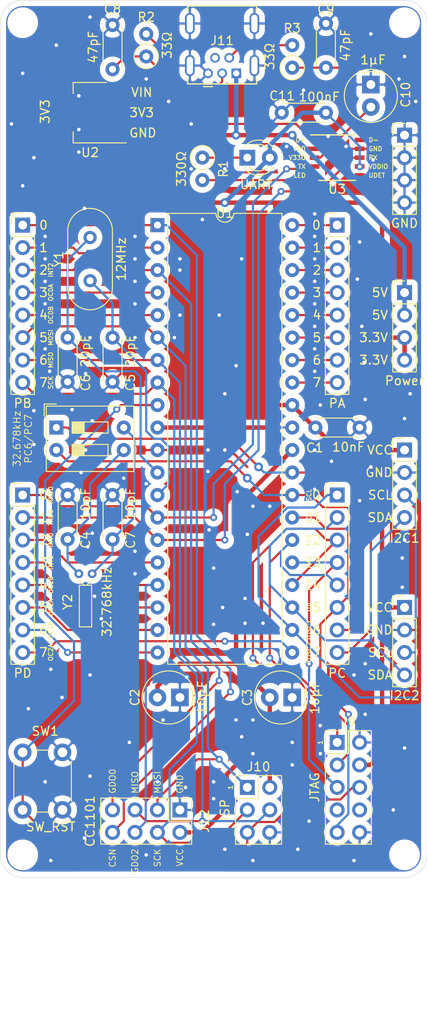
<source format=kicad_pcb>
(kicad_pcb (version 20221018) (generator pcbnew)
  (layers (0 "F.Cu" signal) (31 "B.Cu" signal) (34 "B.Paste" user) (35 "F.Paste" user) (36 "B.SilkS" user "B.Silkscreen") (37 "F.SilkS" user "F.Silkscreen") (38 "B.Mask" user) (39 "F.Mask" user) (44 "Edge.Cuts" user))
  (net 0 "")
  (net 1 "GND")
  (net 2 "VCC")
  (net 3 "Net-(C4-Pad1)")
  (net 4 "/XTAL1")
  (net 5 "/XTAL2")
  (net 6 "Net-(C7-Pad1)")
  (net 7 "Net-(D1-Pad1)")
  (net 8 "/PA0")
  (net 9 "/PA1")
  (net 10 "/PA2")
  (net 11 "/PA3")
  (net 12 "/PA4")
  (net 13 "/PA5")
  (net 14 "/PA6")
  (net 15 "/PA7")
  (net 16 "/PB7_SCK")
  (net 17 "/PB6_MISO")
  (net 18 "/PB5_MOSI")
  (net 19 "/PB4_OC0B")
  (net 20 "/PB3_OC0A")
  (net 21 "/PB1")
  (net 22 "/PB0")
  (net 23 "/PC7_TOSC2")
  (net 24 "/PC6_TOSC1")
  (net 25 "/PC5_TDI")
  (net 26 "/PC4_TDO")
  (net 27 "/PC3_TMS")
  (net 28 "/PC2_TCK")
  (net 29 "/PC1_SDA")
  (net 30 "/PC0_SCL")
  (net 31 "/PD0_RXD0")
  (net 32 "/PD1_TXD0")
  (net 33 "/PD2_INT0")
  (net 34 "/PD3_INT1")
  (net 35 "/PD5_OC1A")
  (net 36 "/PD6_OC2B")
  (net 37 "/PD7_OC2A")
  (net 38 "+5V")
  (net 39 "/RESET")
  (net 40 "Net-(J9-Pad7)")
  (net 41 "Net-(J9-Pad8)")
  (net 42 "Net-(R1-Pad2)")
  (net 43 "/PD4_OC1B")
  (net 44 "Net-(J11-Pad2)")
  (net 45 "Net-(J11-Pad3)")
  (net 46 "Net-(C8-Pad2)")
  (net 47 "Net-(C9-Pad1)")
  (net 48 "Net-(C10-Pad1)")
  (net 49 "Net-(J11-Pad4)")
  (net 50 "/PB2_INT2")
  (footprint "Capacitor_THT:C_Disc_D4.3mm_W1.9mm_P5.00mm" (layer "F.Cu") (at 139.78 101.6)
    (fp_text reference "C1")
    (fp_text value "10nF")
  )
  (footprint "Capacitor_THT:C_Disc_D4.3mm_W1.9mm_P5.00mm" (layer "F.Cu") (at 111.76 114.22 90)
    (fp_text reference "C4")
    (fp_text value "10pF")
  )
  (footprint "Capacitor_THT:C_Disc_D4.3mm_W1.9mm_P5.00mm" (layer "F.Cu") (at 116.84 96.44 90)
    (fp_text reference "C5")
    (fp_text value "20pF")
  )
  (footprint "Capacitor_THT:C_Disc_D4.3mm_W1.9mm_P5.00mm" (layer "F.Cu") (at 111.76 91.44 -90)
    (fp_text reference "C6")
    (fp_text value "20pF")
  )
  (footprint "Capacitor_THT:C_Disc_D4.3mm_W1.9mm_P5.00mm" (layer "F.Cu") (at 116.84 114.22 90)
    (fp_text reference "C7")
    (fp_text value "10pF")
  )
  (footprint "LED_THT:LED_D3.0mm" (layer "F.Cu") (at 132.08 71.12)
    (fp_text reference "D1" hide)
    (fp_text value "LED" hide)
  )
  (footprint "Connector_PinHeader_2.54mm:PinHeader_1x08_P2.54mm_Vertical" (layer "F.Cu") (at 106.68 78.74)
    (fp_text reference "J2" hide)
    (fp_text value "PB")
  )
  (footprint "Connector_PinHeader_2.54mm:PinHeader_1x08_P2.54mm_Vertical" (layer "F.Cu") (at 106.68 109.22)
    (fp_text reference "J4" hide)
    (fp_text value "PD")
  )
  (footprint "Connector_PinHeader_2.54mm:PinHeader_1x04_P2.54mm_Vertical" (layer "F.Cu") (at 149.86 68.58)
    (fp_text reference "J8" hide)
    (fp_text value "GND")
  )
  (footprint "Connector_PinHeader_2.54mm:PinHeader_2x05_P2.54mm_Vertical" (layer "F.Cu") (at 142.24 137.16)
    (fp_text reference "J9")
    (fp_text value "AVR-JTAG-10" hide)
  )
  (footprint "Resistor_THT:R_Axial_DIN0207_L6.3mm_D2.5mm_P2.54mm_Vertical" (layer "F.Cu") (at 127 71.12 -90)
    (fp_text reference "R1")
    (fp_text value "330Ω")
  )
  (footprint "Package_DIP:DIP-40_W15.24mm" (layer "F.Cu") (at 121.92 78.74)
    (fp_text reference "U1")
    (fp_text value "ATmega1284P-PU")
  )
  (footprint "boards:LDO-3V3" (layer "F.Cu") (at 114.3 66.04)
    (fp_text reference "U2")
    (fp_text value "LDO-3V3")
  )
  (footprint "boards:HT42B534-1SOP10" (layer "F.Cu") (at 142.24 71.12)
    (fp_text reference "U3")
    (fp_text value "HT42B534-1" hide)
  )
  (footprint "Connector_PinHeader_2.54mm:PinHeader_1x04_P2.54mm_Vertical" (layer "F.Cu") (at 149.86 104.14)
    (fp_text reference "J5" hide)
    (fp_text value "I2C1")
  )
  (footprint "Connector_PinHeader_2.54mm:PinHeader_1x04_P2.54mm_Vertical" (layer "F.Cu") (at 149.86 121.92)
    (fp_text reference "J6" hide)
    (fp_text value "I2C2")
  )
  (footprint "Connector_PinHeader_2.54mm:PinHeader_1x08_P2.54mm_Vertical" (layer "F.Cu") (at 142.24 78.74)
    (fp_text reference "J1" hide)
    (fp_text value "PA")
  )
  (footprint "Connector_PinHeader_2.54mm:PinHeader_1x08_P2.54mm_Vertical" (layer "F.Cu") (at 142.24 109.22)
    (fp_text reference "J3" hide)
    (fp_text value "PC")
  )
  (footprint "Connector_PinHeader_2.54mm:PinHeader_1x04_P2.54mm_Vertical" (layer "F.Cu") (at 149.86 86.36)
    (fp_text reference "J7" hide)
    (fp_text value "Power")
  )
  (footprint "boards:electrolytic_capacitor_10uf" (layer "F.Cu") (at 121.92 132.08)
    (fp_text reference "C2")
    (fp_text value "10µF")
  )
  (footprint "boards:electrolytic_capacitor_10uf" (layer "F.Cu") (at 134.62 132.08)
    (fp_text reference "C3")
    (fp_text value "10µF")
  )
  (footprint "Button_Switch_THT:SW_DIP_SPSTx02_Slide_9.78x7.26mm_W7.62mm_P2.54mm" (layer "F.Cu") (at 110.49 101.6)
    (fp_text reference "SW2" hide)
    (fp_text value "TOSC")
  )
  (footprint "Crystal:Crystal_HC49-4H_Vertical" (layer "F.Cu") (at 114.3 85.017 90)
    (fp_text reference "Y1")
    (fp_text value "12MHz")
  )
  (footprint "Capacitor_THT:C_Disc_D4.3mm_W1.9mm_P5.00mm" (layer "F.Cu") (at 140.97 60.96 90)
    (fp_text reference "C9")
    (fp_text value "47pF")
  )
  (footprint "Resistor_THT:R_Axial_DIN0207_L6.3mm_D2.5mm_P2.54mm_Vertical" (layer "F.Cu") (at 120.65 59.69 90)
    (fp_text reference "R2")
    (fp_text value "33Ω")
  )
  (footprint "Resistor_THT:R_Axial_DIN0207_L6.3mm_D2.5mm_P2.54mm_Vertical" (layer "F.Cu") (at 137.16 60.96 90)
    (fp_text reference "R3")
    (fp_text value "33Ω")
  )
  (footprint "boards:electrolytic_capacitor_10uf" (layer "F.Cu") (at 146.05 65.405 90)
    (fp_text reference "C10")
    (fp_text value "1µF")
  )
  (footprint "Capacitor_THT:C_Disc_D4.3mm_W1.9mm_P5.00mm" (layer "F.Cu") (at 116.84 56.134 -90)
    (fp_text reference "C8")
    (fp_text value "47pF")
  )
  (footprint "MountingHole:MountingHole_2.2mm_M2_DIN965" (layer "F.Cu") (at 149.86 149.86)
    (fp_text reference "H3" hide)
    (fp_text value "MountingHole" hide)
  )
  (footprint "MountingHole:MountingHole_2.2mm_M2_DIN965" (layer "F.Cu") (at 106.68 149.86)
    (fp_text reference "H4" hide)
    (fp_text value "MountingHole" hide)
  )
  (footprint "MountingHole:MountingHole_2.2mm_M2_DIN965" (layer "F.Cu") (at 106.68 55.88)
    (fp_text reference "H1" hide)
    (fp_text value "MountingHole" hide)
  )
  (footprint "MountingHole:MountingHole_2.2mm_M2_DIN965" (layer "F.Cu") (at 149.86 55.88)
    (fp_text reference "H2" hide)
    (fp_text value "MountingHole" hide)
  )
  (footprint "Button_Switch_THT:SW_PUSH_6mm" (layer "F.Cu") (at 111.18 138.28 -90)
    (fp_text reference "SW1")
    (fp_text value "SW_RST")
  )
  (footprint "boards:USB_Mini-B-Through-Hole" (layer "F.Cu") (at 127.635 61.595)
    (fp_text reference "J11")
    (fp_text value "USB_B_Mini")
  )
  (footprint "boards:CC1101_Breakout" (layer "F.Cu") (at 124.46 147.32 -90)
    (fp_text reference "J12")
    (fp_text value "CC1101_Breakout" hide)
  )
  (footprint "Connector_PinHeader_2.54mm:PinHeader_2x03_P2.54mm_Vertical" (layer "F.Cu") (at 132.08 142.24)
    (fp_text reference "J10")
    (fp_text value "AVR-ISP-6")
  )
  (footprint "Crystal:Crystal_DS10_D1.0mm_L4.3mm_Horizontal" (layer "F.Cu") (at 113.03 118.11)
    (fp_text reference "Y2")
    (fp_text value "32.768kHz")
  )
  (footprint "Capacitor_THT:C_Disc_D4.3mm_W1.9mm_P5.00mm" (layer "F.Cu") (at 140.97 66.04 180)
    (fp_text reference "C11")
    (fp_text value "100nF")
  )
  (gr_line (start 149.86 53.34) (end 106.68 53.34) (stroke (width 0.05)) (layer "Edge.Cuts"))
  (gr_line (start 104.14 55.88) (end 104.14 149.86) (stroke (width 0.05)) (layer "Edge.Cuts"))
  (gr_line (start 106.68 152.4) (end 149.86 152.4) (stroke (width 0.05)) (layer "Edge.Cuts"))
  (gr_line (start 152.4 149.86) (end 152.4 55.88) (stroke (width 0.05)) (layer "Edge.Cuts"))
  (gr_arc (start 104.14 55.88) (mid 104.883949 54.083949) (end 106.68 53.34) (stroke (width 0.05)) (layer "Edge.Cuts"))
  (gr_arc (start 106.68 152.4) (mid 104.883949 151.656051) (end 104.14 149.86) (stroke (width 0.05)) (layer "Edge.Cuts"))
  (gr_arc (start 149.86 53.34) (mid 151.656051 54.083949) (end 152.4 55.88) (stroke (width 0.05)) (layer "Edge.Cuts"))
  (gr_arc (start 152.4 149.86) (mid 151.656051 151.656051) (end 149.86 152.4) (stroke (width 0.05)) (layer "Edge.Cuts"))
  (gr_text "GND" (at 148.59 124.46) (layer "F.SilkS") (effects (font (size 1 1)) (justify right)))
  (gr_text "VCC" (at 148.59 121.92) (layer "F.SilkS") (effects (font (size 1 1)) (justify right)))
  (gr_text "SCL" (at 148.59 127) (layer "F.SilkS") (effects (font (size 1 1)) (justify right)))
  (gr_text "SDA" (at 148.59 129.54) (layer "F.SilkS") (effects (font (size 1 1)) (justify right)))
  (gr_text "7" (at 140.522 127) (layer "F.SilkS") (effects (font (size 1 1)) (justify right)))
  (gr_text "7" (at 108.458 96.52) (layer "F.SilkS") (effects (font (size 1 1)) (justify left)))
  (gr_text "5" (at 108.458 121.92) (layer "F.SilkS") (effects (font (size 1 1)) (justify left)))
  (gr_text "4" (at 108.458 119.38) (layer "F.SilkS") (effects (font (size 1 1)) (justify left)))
  (gr_text "7" (at 108.458 127) (layer "F.SilkS") (effects (font (size 1 1)) (justify left)))
  (gr_text "0" (at 108.458 109.22) (layer "F.SilkS") (effects (font (size 1 1)) (justify left)))
  (gr_text "2" (at 108.458 114.3) (layer "F.SilkS") (effects (font (size 1 1)) (justify left)))
  (gr_text "6" (at 108.458 124.46) (layer "F.SilkS") (effects (font (size 1 1)) (justify left)))
  (gr_text "3" (at 108.458 116.84) (layer "F.SilkS") (effects (font (size 1 1)) (justify left)))
  (gr_text "1" (at 108.458 111.76) (layer "F.SilkS") (effects (font (size 1 1)) (justify left)))
  (gr_text "OC0A" (at 109.855 86.36 90) (layer "F.SilkS") (effects (font (size 0.5 0.5) (thickness 0.1))))
  (gr_text "1" (at 130.175 142.24 90) (layer "F.SilkS") (effects (font (size 0.5 0.5) (thickness 0.1))))
  (gr_text "INT2" (at 109.855 83.82 90) (layer "F.SilkS") (effects (font (size 0.5 0.5) (thickness 0.1))))
  (gr_text "CC1101" (at 114.3 146.05 90) (layer "F.SilkS") (effects (font (size 1 1))))
  (gr_text "0" (at 140.462 78.74) (layer "F.SilkS") (effects (font (size 1 1)) (justify right)))
  (gr_text "6" (at 140.522 93.98) (layer "F.SilkS") (effects (font (size 1 1)) (justify right)))
  (gr_text "RXD0" (at 109.855 109.22 90) (layer "F.SilkS") (effects (font (size 0.5 0.5) (thickness 0.1))))
  (gr_text "2" (at 140.522 114.3) (layer "F.SilkS") (effects (font (size 1 1)) (justify right)))
  (gr_text "SDA" (at 139.065 111.76 90) (layer "F.SilkS") (effects (font (size 0.5 0.5) (thickness 0.1))))
  (gr_text "5" (at 140.522 121.92) (layer "F.SilkS") (effects (font (size 1 1)) (justify right)))
  (gr_text "TDO" (at 139.065 119.38 90) (layer "F.SilkS") (effects (font (size 0.5 0.5) (thickness 0.1))))
  (gr_text "3.3V" (at 148.082 93.98) (layer "F.SilkS") (effects (font (size 1 1)) (justify right)))
  (gr_text "5" (at 140.522 91.44) (layer "F.SilkS") (effects (font (size 1 1)) (justify right)))
  (gr_text "OC1A" (at 109.855 121.92 90) (layer "F.SilkS") (effects (font (size 0.5 0.5) (thickness 0.1))))
  (gr_text "JTAG" (at 139.7 142.24 90) (layer "F.SilkS") (effects (font (size 1 1))))
  (gr_text "3.3V" (at 148.082 91.44) (layer "F.SilkS") (effects (font (size 1 1)) (justify right)))
  (gr_text "TOSC2" (at 139.065 127 90) (layer "F.SilkS") (effects (font (size 0.5 0.5) (thickness 0.1))))
  (gr_text "UART" (at 133.096 74.168) (layer "F.SilkS") (effects (font (size 1 1))))
  (gr_text "6" (at 108.458 93.98) (layer "F.SilkS") (effects (font (size 1 1)) (justify left)))
  (gr_text "7" (at 140.522 96.52) (layer "F.SilkS") (effects (font (size 1 1)) (justify right)))
  (gr_text "SDA" (at 148.59 111.76) (layer "F.SilkS") (effects (font (size 1 1)) (justify right)))
  (gr_text "2" (at 140.522 83.82) (layer "F.SilkS") (effects (font (size 1 1)) (justify right)))
  (gr_text "5" (at 108.458 91.44) (layer "F.SilkS") (effects (font (size 1 1)) (justify left)))
  (gr_text "TOSC1" (at 139.065 124.46 90) (layer "F.SilkS") (effects (font (size 0.5 0.5) (thickness 0.1))))
  (gr_text "SCL" (at 139.065 109.22 90) (layer "F.SilkS") (effects (font (size 0.5 0.5) (thickness 0.1))))
  (gr_text "0" (at 108.458 78.74) (layer "F.SilkS") (effects (font (size 1 1)) (justify left)))
  (gr_text "5V" (at 148.082 88.9) (layer "F.SilkS") (effects (font (size 1 1)) (justify right)))
  (gr_text "SCK" (at 109.855 96.52 90) (layer "F.SilkS") (effects (font (size 0.5 0.5) (thickness 0.1))))
  (gr_text "1" (at 140.335 137.16 90) (layer "F.SilkS") (effects (font (size 0.5 0.5) (thickness 0.1))))
  (gr_text "4" (at 108.458 88.9) (layer "F.SilkS") (effects (font (size 1 1)) (justify left)))
  (gr_text "1" (at 108.458 81.28) (layer "F.SilkS") (effects (font (size 1 1)) (justify left)))
  (gr_text "INT0" (at 109.855 114.3 90) (layer "F.SilkS") (effects (font (size 0.5 0.5) (thickness 0.1))))
  (gr_text "2" (at 108.458 83.82) (layer "F.SilkS") (effects (font (size 1 1)) (justify left)))
  (gr_text "TMS" (at 139.065 116.84 90) (layer "F.SilkS") (effects (font (size 0.5 0.5) (thickness 0.1))))
  (gr_text "INT1" (at 109.855 116.84 90) (layer "F.SilkS") (effects (font (size 0.5 0.5) (thickness 0.1))))
  (gr_text "SCL" (at 148.59 109.22) (layer "F.SilkS") (effects (font (size 1 1)) (justify right)))
  (gr_text "MISO" (at 109.855 93.98 90) (layer "F.SilkS") (effects (font (size 0.5 0.5) (thickness 0.1))))
  (gr_text "GND" (at 148.59 106.68) (layer "F.SilkS") (effects (font (size 1 1)) (justify right)))
  (gr_text "6" (at 140.522 124.46) (layer "F.SilkS") (effects (font (size 1 1)) (justify right)))
  (gr_text "32.678kHz\nPC6/PC7" (at 106.68 102.87 90) (layer "F.SilkS") (effects (font (size 0.8 0.8) (thickness 0.1))))
  (gr_text "OC2A" (at 109.855 127 90) (layer "F.SilkS") (effects (font (size 0.5 0.5) (thickness 0.1))))
  (gr_text "1" (at 140.522 111.76) (layer "F.SilkS") (effects (font (size 1 1)) (justify right)))
  (gr_text "5V" (at 148.082 86.36) (layer "F.SilkS") (effects (font (size 1 1)) (justify right)))
  (gr_text "0" (at 140.462 109.22) (layer "F.SilkS") (effects (font (size 1 1)) (justify right)))
  (gr_text "3" (at 140.522 86.36) (layer "F.SilkS") (effects (font (size 1 1)) (justify right)))
  (gr_text "OC2B" (at 109.855 124.46 90) (layer "F.SilkS") (effects (font (size 0.5 0.5) (thickness 0.1))))
  (gr_text "4" (at 140.522 88.9) (layer "F.SilkS") (effects (font (size 1 1)) (justify right)))
  (gr_text "3" (at 140.522 116.84) (layer "F.SilkS") (effects (font (size 1 1)) (justify right)))
  (gr_text "OC0B" (at 109.855 88.9 90) (layer "F.SilkS") (effects (font (size 0.5 0.5) (thickness 0.1))))
  (gr_text "OC1B" (at 109.855 119.38 90) (layer "F.SilkS") (effects (font (size 0.5 0.5) (thickness 0.1))))
  (gr_text "TXD0" (at 109.855 111.76 90) (layer "F.SilkS") (effects (font (size 0.5 0.5) (thickness 0.1))))
  (gr_text "3" (at 108.458 86.36) (layer "F.SilkS") (effects (font (size 1 1)) (justify left)))
  (gr_text "ISP" (at 129.54 144.78 90) (layer "F.SilkS") (effects (font (size 1 1))))
  (gr_text "TDI" (at 139.065 121.92 90) (layer "F.SilkS") (effects (font (size 0.5 0.5) (thickness 0.1))))
  (gr_text "MOSI" (at 109.855 91.44 90) (layer "F.SilkS") (effects (font (size 0.5 0.5) (thickness 0.1))))
  (gr_text "VCC" (at 148.59 104.14) (layer "F.SilkS") (effects (font (size 1 1)) (justify right)))
  (gr_text "4" (at 140.522 119.38) (layer "F.SilkS") (effects (font (size 1 1)) (justify right)))
  (gr_text "1" (at 140.522 81.28) (layer "F.SilkS") (effects (font (size 1 1)) (justify right)))
  (gr_text "TCK" (at 139.065 114.3 90) (layer "F.SilkS") (effects (font (size 0.5 0.5) (thickness 0.1))))
  (via (at 140.335 135.255) (size 0.8) (drill 0.4) (layers "F.Cu" "B.Cu") (net 1))
  (via (at 119.38 118.11) (size 0.8) (drill 0.4) (layers "F.Cu" "B.Cu") (net 1))
  (via (at 106.68 74.295) (size 0.8) (drill 0.4) (layers "F.Cu" "B.Cu") (net 1))
  (via (at 114.554 113.538) (size 0.8) (drill 0.4) (layers "F.Cu" "B.Cu") (net 1))
  (via (at 149.606 116.332) (size 0.8) (drill 0.4) (layers "F.Cu" "B.Cu") (net 1))
  (via (at 137.795 149.225) (size 0.8) (drill 0.4) (layers "F.Cu" "B.Cu") (net 1))
  (via (at 119.38 115.57) (size 0.8) (drill 0.4) (layers "F.Cu" "B.Cu") (net 1))
  (via (at 149.86 114.3) (size 0.8) (drill 0.4) (layers "F.Cu" "B.Cu") (net 1))
  (via (at 145.288 94.234) (size 0.8) (drill 0.4) (layers "F.Cu" "B.Cu") (net 1))
  (via (at 112.268 99.568) (size 0.8) (drill 0.4) (layers "F.Cu" "B.Cu") (net 1))
  (via (at 139.7 77.47) (size 0.8) (drill 0.4) (layers "F.Cu" "B.Cu") (net 1))
  (via (at 146.304 71.374) (size 0.8) (drill 0.4) (layers "F.Cu" "B.Cu") (net 1))
  (via (at 129.54 72.39) (size 0.8) (drill 0.4) (layers "F.Cu" "B.Cu") (net 1))
  (via (at 128.27 117.475) (size 0.8) (drill 0.4) (layers "F.Cu" "B.Cu") (net 1))
  (via (at 113.665 76.835) (size 0.8) (drill 0.4) (layers "F.Cu" "B.Cu") (net 1))
  (via (at 128.905 88.9) (size 0.8) (drill 0.4) (layers "F.Cu" "B.Cu") (net 1))
  (via (at 113.03 67.945) (size 0.8) (drill 0.4) (layers "F.Cu" "B.Cu") (net 1))
  (via (at 149.86 137.795) (size 0.8) (drill 0.4) (layers "F.Cu" "B.Cu") (net 1))
  (via (at 141.605 105.41) (size 0.8) (drill 0.4) (layers "F.Cu" "B.Cu") (net 1))
  (via (at 124.46 88.9) (size 0.8) (drill 0.4) (layers "F.Cu" "B.Cu") (net 1))
  (via (at 130.937 108.839) (size 0.8) (drill 0.4) (layers "F.Cu" "B.Cu") (net 1))
  (via (at 136.525 69.85) (size 0.8) (drill 0.4) (layers "F.Cu" "B.Cu") (net 1))
  (via (at 131.826 120.904) (size 0.8) (drill 0.4) (layers "F.Cu" "B.Cu") (net 1))
  (via (at 146.05 57.15) (size 0.8) (drill 0.4) (layers "F.Cu" "B.Cu") (net 1))
  (via (at 140.335 99.06) (size 0.8) (drill 0.4) (layers "F.Cu" "B.Cu") (net 1))
  (via (at 132.715 138.43) (size 0.8) (drill 0.4) (layers "F.Cu" "B.Cu") (net 1))
  (via (at 114.808 120.65) (size 0.8) (drill 0.4) (layers "F.Cu" "B.Cu") (net 1))
  (via (at 125.73 67.31) (size 0.8) (drill 0.4) (layers "F.Cu" "B.Cu") (net 1))
  (via (at 145.034 90.17) (size 0.8) (drill 0.4) (layers "F.Cu" "B.Cu") (net 1))
  (via (at 132.715 110.49) (size 0.8) (drill 0.4) (layers "F.Cu" "B.Cu") (net 1))
  (via (at 145.415 98.425) (size 0.8) (drill 0.4) (layers "F.Cu" "B.Cu") (net 1))
  (via (at 115.57 123.19) (size 0.8) (drill 0.4) (layers "F.Cu" "B.Cu") (net 1))
  (via (at 144.145 150.495) (size 0.8) (drill 0.4) (layers "F.Cu" "B.Cu") (net 1))
  (via (at 119.38 85.09) (size 0.8) (drill 0.4) (layers "F.Cu" "B.Cu") (net 1))
  (via (at 109.728 95.25) (size 0.8) (drill 0.4) (layers "F.Cu" "B.Cu") (net 1))
  (via (at 131.445 82.55) (size 0.8) (drill 0.4) (layers "F.Cu" "B.Cu") (net 1))
  (via (at 119.38 80.01) (size 0.8) (drill 0.4) (layers "F.Cu" "B.Cu") (net 1))
  (via (at 109.22 141.605) (size 0.8) (drill 0.4) (layers "F.Cu" "B.Cu") (net 1))
  (via (at 114.3 129.54) (size 0.8) (drill 0.4) (layers "F.Cu" "B.Cu") (net 1))
  (via (at 148.59 144.78) (size 0.8) (drill 0.4) (layers "F.Cu" "B.Cu") (net 1))
  (via (at 149.86 100.584) (size 0.8) (drill 0.4) (layers "F.Cu" "B.Cu") (net 1))
  (via (at 139.7 82.55) (size 0.8) (drill 0.4) (layers "F.Cu" "B.Cu") (net 1))
  (via (at 123.19 64.77) (size 0.8) (drill 0.4) (layers "F.Cu" "B.Cu") (net 1))
  (via (at 125.73 72.39) (size 0.8) (drill 0.4) (layers "F.Cu" "B.Cu") (net 1))
  (via (at 113.792 104.14) (size 0.8) (drill 0.4) (layers "F.Cu" "B.Cu") (net 1))
  (via (at 128.27 123.825) (size 0.8) (drill 0.4) (layers "F.Cu" "B.Cu") (net 1))
  (via (at 149.225 62.23) (size 0.8) (drill 0.4) (layers "F.Cu" "B.Cu") (net 1))
  (via (at 139.7 92.71) (size 0.8) (drill 0.4) (layers "F.Cu" "B.Cu") (net 1))
  (via (at 131.826 123.698) (size 0.8) (drill 0.4) (layers "F.Cu" "B.Cu") (net 1))
  (via (at 114.3 91.44) (size 0.8) (drill 0.4) (layers "F.Cu" "B.Cu") (net 1))
  (via (at 124.46 83.82) (size 0.8) (drill 0.4) (layers "F.Cu" "B.Cu") (net 1))
  (via (at 118.745 137.16) (size 0.8) (drill 0.4) (layers "F.Cu" "B.Cu") (net 1))
  (via (at 127.635 104.14) (size 0.8) (drill 0.4) (layers "F.Cu" "B.Cu") (net 1))
  (via (at 132.715 150.495) (size 0.8) (drill 0.4) (layers "F.Cu" "B.Cu") (net 1))
  (via (at 113.792 95.504) (size 0.8) (drill 0.4) (layers "F.Cu" "B.Cu") (net 1))
  (via (at 139.7 85.09) (size 0.8) (drill 0.4) (layers "F.Cu" "B.Cu") (net 1))
  (via (at 118.11 107.315) (size 0.8) (drill 0.4) (layers "F.Cu" "B.Cu") (net 1))
  (via (at 114.3 55.245) (size 0.8) (drill 0.4) (layers "F.Cu" "B.Cu") (net 1))
  (via (at 129.54 104.14) (size 0.8) (drill 0.4) (layers "F.Cu" "B.Cu") (net 1))
  (via (at 127.635 106.553) (size 0.8) (drill 0.4) (layers "F.Cu" "B.Cu") (net 1))
  (via (at 130.81 94.615) (size 0.8) (drill 0.4) (layers "F.Cu" "B.Cu") (net 1))
  (via (at 149.606 119.634) (size 0.8) (drill 0.4) (layers "F.Cu" "B.Cu") (net 1))
  (via (at 122.555 134.62) (size 0.8) (drill 0.4) (layers "F.Cu" "B.Cu") (net 1))
  (via (at 128.27 141.605) (size 0.8) (drill 0.4) (layers "F.Cu" "B.Cu") (net 1))
  (via (at 130.81 134.62) (size 0.8) (drill 0.4) (layers "F.Cu" "B.Cu") (net 1))
  (via (at 129.286 121.92) (size 0.8) (drill 0.4) (layers "F.Cu" "B.Cu") (net 1))
  (via (at 139.7 90.17) (size 0.8) (drill 0.4) (layers "F.Cu" "B.Cu") (net 1))
  (via (at 129.54 149.225) (size 0.8) (drill 0.4) (layers "F.Cu" "B.Cu") (net 1))
  (via (at 113.03 70.485) (size 0.8) (drill 0.4) (layers "F.Cu" "B.Cu") (net 1))
  (via (at 119.38 82.55) (size 0.8) (drill 0.4) (layers "F.Cu" "B.Cu") (net 1))
  (via (at 113.03 64.135) (size 0.8) (drill 0.4) (layers "F.Cu" "B.Cu") (net 1))
  (via (at 114.046 115.062) (size 0.8) (drill 0.4) (layers "F.Cu" "B.Cu") (net 1))
  (via (at 151.13 64.77) (size 0.8) (drill 0.4) (layers "F.Cu" "B.Cu") (net 1))
  (via (at 139.7 104.14) (size 0.8) (drill 0.4) (layers "F.Cu" "B.Cu") (net 1))
  (via (at 139.7 87.63) (size 0.8) (drill 0.4) (layers "F.Cu" "B.Cu") (net 1))
  (via (at 107.315 133.35) (size 0.8) (drill 0.4) (layers "F.Cu" "B.Cu") (net 1))
  (via (at 149.86 59.69) (size 0.8) (drill 0.4) (layers "F.Cu" "B.Cu") (net 1))
  (via (at 128.27 143.51) (size 0.8) (drill 0.4) (layers "F.Cu" "B.Cu") (net 1))
  (via (at 109.855 128.905) (size 0.8) (drill 0.4) (layers "F.Cu" "B.Cu") (net 1))
  (via (at 120.65 62.23) (size 0.8) (drill 0.4) (layers "F.Cu" "B.Cu") (net 1))
  (via (at 113.665 147.955) (size 0.8) (drill 0.4) (layers "F.Cu" "B.Cu") (net 1))
  (via (at 125.095 142.24) (size 0.8) (drill 0.4) (layers "F.Cu" "B.Cu") (net 1))
  (via (at 110.49 58.42) (size 0.8) (drill 0.4) (layers "F.Cu" "B.Cu") (net 1))
  (via (at 140.335 138.43) (size 0.8) (drill 0.4) (layers "F.Cu" "B.Cu") (net 1))
  (via (at 109.22 92.71) (size 0.8) (drill 0.4) (layers "F.Cu" "B.Cu") (net 1))
  (via (at 107.95 103.505) (size 0.8) (drill 0.4) (layers "F.Cu" "B.Cu") (net 1))
  (via (at 134.62 110.49) (size 0.8) (drill 0.4) (layers "F.Cu" "B.Cu") (net 1))
  (via (at 120.65 149.86) (size 0.8) (drill 0.4) (layers "F.Cu" "B.Cu") (net 1))
  (via (at 144.78 80.645) (size 0.8) (drill 0.4) (layers "F.Cu" "B.Cu") (net 1))
  (via (at 139.7 80.01) (size 0.8) (drill 0.4) (layers "F.Cu" "B.Cu") (net 1))
  (via (at 132.715 134.62) (size 0.8) (drill 0.4) (layers "F.Cu" "B.Cu") (net 1))
  (via (at 139.7 95.25) (size 0.8) (drill 0.4) (layers "F.Cu" "B.Cu") (net 1))
  (via (at 127 78.105) (size 0.8) (drill 0.4) (layers "F.Cu" "B.Cu") (net 1))
  (via (at 138.43 63.5) (size 0.8) (drill 0.4) (layers "F.Cu" "B.Cu") (net 1))
  (via (at 119.38 87.63) (size 0.8) (drill 0.4) (layers "F.Cu" "B.Cu") (net 1))
  (via (at 144.145 129.54) (size 0.8) (drill 0.4) (layers "F.Cu" "B.Cu") (net 1))
  (via (at 125.222 129.794) (size 0.8) (drill 0.4) (layers "F.Cu" "B.Cu") (net 1))
  (via (at 109.22 80.01) (size 0.8) (drill 0.4) (layers "F.Cu" "B.Cu") (net 1))
  (via (at 105.41 67.31) (size 0.8) (drill 0.4) (layers "F.Cu" "B.Cu") (net 1))
  (via (at 120.65 107.95) (size 0.8) (drill 0.4) (layers "F.Cu" "B.Cu") (net 1))
  (via (at 133.858 123.698) (size 0.8) (drill 0.4) (layers "F.Cu" "B.Cu") (net 1))
  (via (at 121.92 141.605) (size 0.8) (drill 0.4) (layers "F.Cu" "B.Cu") (net 1))
  (via (at 124.46 82.55) (size 0.8) (drill 0.4) (layers "F.Cu" "B.Cu") (net 1))
  (via (at 137.16 137.16) (size 0.8) (drill 0.4) (layers "F.Cu" "B.Cu") (net 1))
  (via (at 107.95 99.695) (size 0.8) (drill 0.4) (layers "F.Cu" "B.Cu") (net 1))
  (via (at 146.05 106.045) (size 0.8) (drill 0.4) (layers "F.Cu" "B.Cu") (net 1))
  (via (at 129.54 97.79) (size 0.8) (drill 0.4) (layers "F.Cu" "B.Cu") (net 1))
  (via (at 145.415 133.985) (size 0.8) (drill 0.4) (layers "F.Cu" "B.Cu") (net 1))
  (via (at 109.22 85.09) (size 0.8) (drill 0.4) (layers "F.Cu" "B.Cu") (net 1))
  (via (at 145.415 128.27) (size 0.8) (drill 0.4) (layers "F.Cu" "B.Cu") (net 1))
  (via (at 143.256 69.85) (size 0.8) (drill 0.4) (layers "F.Cu" "B.Cu") (net 1))
  (via (at 107.95 71.12) (size 0.8) (drill 0.4) (layers "F.Cu" "B.Cu") (net 1))
  (via (at 137.16 139.7) (size 0.8) (drill 0.4) (layers "F.Cu" "B.Cu") (net 1))
  (via (at 109.22 87.63) (size 0.8) (drill 0.4) (layers "F.Cu" "B.Cu") (net 1))
  (via (at 139.7 108.585) (size 0.8) (drill 0.4) (layers "F.Cu" "B.Cu") (net 1))
  (via (at 119.38 91.44) (size 0.8) (drill 0.4) (layers "F.Cu" "B.Cu") (net 1))
  (via (at 150.495 97.79) (size 0.8) (drill 0.4) (layers "F.Cu" "B.Cu") (net 1))
  (via (at 113.284 106.68) (size 0.8) (drill 0.4) (layers "F.Cu" "B.Cu") (net 1))
  (via (at 131.445 136.525) (size 0.8) (drill 0.4) (layers "F.Cu" "B.Cu") (net 1))
  (via (at 114.554 100.838) (size 0.8) (drill 0.4) (layers "F.Cu" "B.Cu") (net 1))
  (via (at 111.125 132.08) (size 0.8) (drill 0.4) (layers "F.Cu" "B.Cu") (net 1))
  (via (at 109.855 150.495) (size 0.8) (drill 0.4) (layers "F.Cu" "B.Cu") (net 1))
  (via (at 123.825 91.44) (size 0.8) (drill 0.4) (layers "F.Cu" "B.Cu") (net 1))
  (via (at 109.22 82.55) (size 0.8) (drill 0.4) (layers "F.Cu" "B.Cu") (net 1))
  (via (at 114.3 140.97) (size 0.8) (drill 0.4) (layers "F.Cu" "B.Cu") (net 1))
  (via (at 132.08 113.665) (size 0.8) (drill 0.4) (layers "F.Cu" "B.Cu") (net 1))
  (via (at 141.224 68.707) (size 0.8) (drill 0.4) (layers "F.Cu" "B.Cu") (net 1))
  (via (at 144.78 109.855) (size 0.8) (drill 0.4) (layers "F.Cu" "B.Cu") (net 1))
  (via (at 144.526 84.836) (size 0.8) (drill 0.4) (layers "F.Cu" "B.Cu") (net 1))
  (via (at 139.065 146.05) (size 0.8) (drill 0.4) (layers "F.Cu" "B.Cu") (net 1))
  (via (at 127.762 113.157) (size 0.8) (drill 0.4) (layers "F.Cu" "B.Cu") (net 1))
  (via (at 106.68 61.595) (size 0.8) (drill 0.4) (layers "F.Cu" "B.Cu") (net 1))
  (segment (start 144.78 76.2) (end 147.32 78.74) (width 0.5) (layer "F.Cu") (net 2))
  (segment (start 120.65 72.39) (end 120.65 67.74) (width 0.5) (layer "F.Cu") (net 2))
  (segment (start 142.32 104.14) (end 139.78 101.6) (width 0.5) (layer "F.Cu") (net 2))
  (segment (start 135.255 76.2) (end 144.78 76.2) (width 0.5) (layer "F.Cu") (net 2))
  (segment (start 147.32 104.14) (end 142.32 104.14) (width 0.5) (layer "F.Cu") (net 2))
  (segment (start 130.81 110.49) (end 135.255 106.045) (width 0.5) (layer "F.Cu") (net 2))
  (segment (start 147.32 78.74) (end 147.32 91.44) (width 0.5) (layer "F.Cu") (net 2))
  (segment (start 139.78 101.6) (end 139.7 101.6) (width 0.5) (layer "F.Cu") (net 2))
  (segment (start 147.32 104.14) (end 147.32 121.92) (width 0.5) (layer "F.Cu") (net 2))
  (segment (start 149.86 104.14) (end 147.32 104.14) (width 0.5) (layer "F.Cu") (net 2))
  (segment (start 135.255 99.06) (end 135.255 76.2) (width 0.5) (layer "F.Cu") (net 2))
  (segment (start 149.86 121.92) (end 147.32 121.92) (width 0.5) (layer "F.Cu") (net 2))
  (segment (start 124.46 147.32) (end 126.988002 147.32) (width 0.5) (layer "F.Cu") (net 2))
  (segment (start 135.255 106.045) (end 137.16 104.14) (width 0.5) (layer "F.Cu") (net 2))
  (segment (start 121.92 130.81) (end 124.46 128.27) (width 0.5) (layer "F.Cu") (net 2))
  (segment (start 149.86 91.44) (end 147.32 91.44) (width 0.5) (layer "F.Cu") (net 2))
  (segment (start 124.46 76.2) (end 120.65 72.39) (width 0.5) (layer "F.Cu") (net 2))
  (segment (start 120.65 67.74) (end 118.95 66.04) (width 0.5) (layer "F.Cu") (net 2))
  (segment (start 139.7 101.6) (end 137.16 99.06) (width 0.5) (layer "F.Cu") (net 2))
  (segment (start 133.620001 131.080001) (end 130.81 128.27) (width 0.5) (layer "F.Cu") (net 2))
  (segment (start 130.81 139.7) (end 134.62 139.7) (width 0.5) (layer "F.Cu") (net 2))
  (segment (start 129.755001 140.754999) (end 130.81 139.7) (width 0.5) (layer "F.Cu") (net 2))
  (segment (start 134.62 132.08) (end 133.620001 131.080001) (width 0.5) (layer "F.Cu") (net 2))
  (segment (start 121.92 101.6) (end 135.255 101.6) (width 0.5) (layer "F.Cu") (net 2))
  (segment (start 129.755001 144.553001) (end 129.755001 140.754999) (width 0.5) (layer "F.Cu") (net 2))
  (segment (start 135.255 106.045) (end 135.255 101.6) (width 0.5) (layer "F.Cu") (net 2))
  (segment (start 117.45 66.04) (end 111.15 66.04) (width 0.5) (layer "F.Cu") (net 2))
  (segment (start 137.16 99.06) (end 135.255 99.06) (width 0.5) (layer "F.Cu") (net 2))
  (segment (start 135.255 101.6) (end 135.255 99.06) (width 0.5) (layer "F.Cu") (net 2))
  (segment (start 135.255 76.2) (end 124.46 76.2) (width 0.5) (layer "F.Cu") (net 2))
  (segment (start 149.86 91.44) (end 149.86 93.98) (width 0.5) (layer "F.Cu") (net 2))
  (segment (start 144.78 139.7) (end 145.982081 139.7) (width 0.5) (layer "F.Cu") (net 2))
  (segment (start 121.92 132.08) (end 121.92 130.81) (width 0.5) (layer "F.Cu") (net 2))
  (segment (start 126.988002 147.32) (end 129.755001 144.553001) (width 0.5) (layer "F.Cu") (net 2))
  (segment (start 147.32 138.362081) (end 147.32 121.92) (width 0.5) (layer "F.Cu") (net 2))
  (segment (start 130.81 128.27) (end 130.81 110.49) (width 0.5) (layer "F.Cu") (net 2))
  (segment (start 130.81 128.27) (end 124.46 128.27) (width 0.5) (layer "F.Cu") (net 2))
  (segment (start 134.62 142.24) (end 134.62 139.7) (width 0.5) (layer "F.Cu") (net 2))
  (segment (start 118.95 66.04) (end 117.45 66.04) (width 0.5) (layer "F.Cu") (net 2))
  (segment (start 147.32 91.44) (end 147.32 104.14) (width 0.5) (layer "F.Cu") (net 2))
  (segment (start 134.62 139.7) (end 134.62 132.08) (width 0.5) (layer "F.Cu") (net 2))
  (segment (start 145.982081 139.7) (end 147.32 138.362081) (width 0.5) (layer "F.Cu") (net 2))
  (via (at 144.7927 72.136) (size 0.8) (drill 0.4) (layers "F.Cu" "B.Cu") (net 2))
  (via (at 129.54 76.2) (size 1) (drill 0.5) (layers "F.Cu" "B.Cu") (net 2))
  (segment (start 140.97 66.04) (end 144.7927 69.8627) (width 0.25) (layer "B.Cu") (net 2))
  (segment (start 134.62 69.713998) (end 138.293998 66.04) (width 0.5) (layer "B.Cu") (net 2))
  (segment (start 139.83863 66.04) (end 140.97 66.04) (width 0.5) (layer "B.Cu") (net 2))
  (segment (start 138.293998 66.04) (end 139.83863 66.04) (width 0.5) (layer "B.Cu") (net 2))
  (segment (start 144.7927 69.8627) (end 144.7927 72.136) (width 0.25) (layer "B.Cu") (net 2))
  (segment (start 134.62 71.12) (end 129.54 76.2) (width 0.5) (layer "B.Cu") (net 2))
  (segment (start 134.62 71.12) (end 134.62 69.713998) (width 0.5) (layer "B.Cu") (net 2))
  (segment (start 111.76 114.22) (end 114.3 111.68) (width 0.25) (layer "B.Cu") (net 3))
  (segment (start 114.3 111.68) (end 114.3 107.95) (width 0.25) (layer "B.Cu") (net 3))
  (segment (start 114.3 107.95) (end 118.11 104.14) (width 0.25) (layer "B.Cu") (net 3))
  (segment (start 111.76 116.84) (end 113.03 118.11) (width 0.25) (layer "B.Cu") (net 3))
  (segment (start 111.76 114.22) (end 111.76 116.84) (width 0.25) (layer "B.Cu") (net 3))
  (segment (start 123.19 107.95) (end 121.92 109.22) (width 0.25) (layer "B.Cu") (net 4))
  (segment (start 116.84 91.44) (end 116.84 87.557) (width 0.25) (layer "B.Cu") (net 4))
  (segment (start 116.84 91.44) (end 120.65 95.25) (width 0.25) (layer "B.Cu") (net 4))
  (segment (start 116.84 87.557) (end 114.3 85.017) (width 0.25) (layer "B.Cu") (net 4))
  (segment (start 120.65 95.25) (end 120.65 101.995002) (width 0.25) (layer "B.Cu") (net 4))
  (segment (start 121.524998 102.87) (end 122.315002 102.87) (width 0.25) (layer "B.Cu") (net 4))
  (segment (start 123.19 103.744998) (end 123.19 107.95) (width 0.25) (layer "B.Cu") (net 4))
  (segment (start 122.315002 102.87) (end 123.19 103.744998) (width 0.25) (layer "B.Cu") (net 4))
  (segment (start 120.65 101.995002) (end 121.524998 102.87) (width 0.25) (layer "B.Cu") (net 4))
  (segment (start 119.38 95.25) (end 120.015 95.885) (width 0.25) (layer "B.Cu") (net 5))
  (segment (start 115.57 95.25) (end 119.38 95.25) (width 0.25) (layer "B.Cu") (net 5))
  (segment (start 111.76 91.44) (end 111.76 82.677) (width 0.25) (layer "B.Cu") (net 5))
  (segment (start 111.76 91.44) (end 115.57 95.25) (width 0.25) (layer "B.Cu") (net 5))
  (segment (start 111.76 82.677) (end 114.3 80.137) (width 0.25) (layer "B.Cu") (net 5))
  (segment (start 120.015 104.775) (end 121.92 106.68) (width 0.25) (layer "B.Cu") (net 5))
  (segment (start 120.015 95.885) (end 120.015 104.775) (width 0.25) (layer "B.Cu") (net 5))
  (segment (start 116.84 114.22) (end 119.3 111.76) (width 0.25) (layer "B.Cu") (net 6))
  (segment (start 116.84 115.8) (end 114.53 118.11) (width 0.25) (layer "B.Cu") (net 6))
  (segment (start 116.84 114.22) (end 116.84 115.8) (width 0.25) (layer "B.Cu") (net 6))
  (segment (start 119.3 102.79) (end 118.11 101.6) (width 0.25) (layer "B.Cu") (net 6))
  (segment (start 119.3 111.76) (end 119.3 102.79) (width 0.25) (layer "B.Cu") (net 6))
  (segment (start 132.08 71.12) (end 127 71.12) (width 0.25) (layer "F.Cu") (net 7))
  (segment (start 137.16 78.74) (end 142.24 78.74) (width 0.25) (layer "F.Cu") (net 8))
  (segment (start 137.16 81.28) (end 142.24 81.28) (width 0.25) (layer "F.Cu") (net 9))
  (segment (start 137.16 83.82) (end 142.24 83.82) (width 0.25) (layer "F.Cu") (net 10))
  (segment (start 137.16 86.36) (end 142.24 86.36) (width 0.25) (layer "F.Cu") (net 11))
  (segment (start 137.16 88.9) (end 142.24 88.9) (width 0.25) (layer "F.Cu") (net 12))
  (segment (start 137.16 91.44) (end 142.24 91.44) (width 0.25) (layer "F.Cu") (net 13))
  (segment (start 137.16 93.98) (end 142.24 93.98) (width 0.25) (layer "F.Cu") (net 14))
  (segment (start 137.16 96.52) (end 142.24 96.52) (width 0.25) (layer "F.Cu") (net 15))
  (segment (start 107.95 97.79) (end 120.65 97.79) (width 0.25) (layer "F.Cu") (net 16))
  (segment (start 106.68 96.52) (end 107.95 97.79) (width 0.25) (layer "F.Cu") (net 16))
  (segment (start 121.92 147.32) (end 123.095001 148.495001) (width 0.25) (layer "F.Cu") (net 16))
  (segment (start 120.65 97.79) (end 121.92 96.52) (width 0.25) (layer "F.Cu") (net 16))
  (segment (start 128.364999 148.495001) (end 131.230001 145.629999) (width 0.25) (layer "F.Cu") (net 16))
  (segment (start 123.095001 148.495001) (end 128.364999 148.495001) (width 0.25) (layer "F.Cu") (net 16))
  (segment (start 131.230001 145.629999) (end 132.08 144.78) (width 0.25) (layer "F.Cu") (net 16))
  (segment (start 123.284999 145.955001) (end 123.284999 140.240001) (width 0.25) (layer "B.Cu") (net 16))
  (segment (start 121.92 147.32) (end 123.284999 145.955001) (width 0.25) (layer "B.Cu") (net 16))
  (segment (start 123.825 98.425) (end 123.825 127) (width 0.25) (layer "B.Cu") (net 16))
  (segment (start 123.284999 140.240001) (end 126.365 137.16) (width 0.25) (layer "B.Cu") (net 16))
  (segment (start 121.92 96.52) (end 123.825 98.425) (width 0.25) (layer "B.Cu") (net 16))
  (segment (start 126.365 129.54) (end 126.365 137.16) (width 0.25) (layer "B.Cu") (net 16))
  (segment (start 125.947001 129.122001) (end 126.365 129.54) (width 0.25) (layer "B.Cu") (net 16))
  (segment (start 123.825 127) (end 125.947001 129.122001) (width 0.25) (layer "B.Cu") (net 16))
  (segment (start 120.65 146.05) (end 119.38 144.78) (width 0.25) (layer "F.Cu") (net 17))
  (segment (start 106.68 93.98) (end 121.92 93.98) (width 0.25) (layer "F.Cu") (net 17))
  (segment (start 127 146.05) (end 120.65 146.05) (width 0.25) (layer "F.Cu") (net 17))
  (via (at 127 146.05) (size 0.8) (drill 0.4) (layers "F.Cu" "B.Cu") (net 17))
  (segment (start 127 129.53859) (end 124.46 126.99859) (width 0.25) (layer "B.Cu") (net 17))
  (segment (start 124.46 126.99859) (end 124.46 96.52) (width 0.25) (layer "B.Cu") (net 17))
  (segment (start 124.46 96.52) (end 121.92 93.98) (width 0.25) (layer "B.Cu") (net 17))
  (segment (start 127 146.05) (end 133.35 146.05) (width 0.25) (layer "B.Cu") (net 17))
  (segment (start 127 146.05) (end 127 129.53859) (width 0.25) (layer "B.Cu") (net 17))
  (segment (start 133.35 146.05) (end 134.62 144.78) (width 0.25) (layer "B.Cu") (net 17))
  (segment (start 126.432919 139.065) (end 128.905 139.065) (width 0.25) (layer "F.Cu") (net 18))
  (segment (start 120.65 90.17) (end 121.92 91.44) (width 0.25) (layer "F.Cu") (net 18))
  (segment (start 106.68 91.44) (end 107.95 90.17) (width 0.25) (layer "F.Cu") (net 18))
  (segment (start 107.95 90.17) (end 120.65 90.17) (width 0.25) (layer "F.Cu") (net 18))
  (segment (start 121.92 143.577919) (end 126.432919 139.065) (width 0.25) (layer "F.Cu") (net 18))
  (segment (start 121.92 144.78) (end 121.92 143.577919) (width 0.25) (layer "F.Cu") (net 18))
  (via (at 128.905 139.065) (size 0.8) (drill 0.4) (layers "F.Cu" "B.Cu") (net 18))
  (segment (start 127.635 137.795) (end 132.08 142.24) (width 0.25) (layer "B.Cu") (net 18))
  (segment (start 127.635 128.905) (end 127.635 137.795) (width 0.25) (layer "B.Cu") (net 18))
  (segment (start 125.095 126.365) (end 127.635 128.905) (width 0.25) (layer "B.Cu") (net 18))
  (segment (start 121.92 91.44) (end 125.095 94.615) (width 0.25) (layer "B.Cu") (net 18))
  (segment (start 125.095 94.615) (end 125.095 126.365) (width 0.25) (layer "B.Cu") (net 18))
  (segment (start 106.68 88.9) (end 121.92 88.9) (width 0.25) (layer "F.Cu") (net 19))
  (segment (start 121.92 86.36) (end 106.68 86.36) (width 0.25) (layer "F.Cu") (net 20))
  (segment (start 106.68 81.28) (end 112.395 81.28) (width 0.25) (layer "F.Cu") (net 21))
  (segment (start 113.03 81.915) (end 115.57 81.915) (width 0.25) (layer "F.Cu") (net 21))
  (segment (start 115.57 81.915) (end 116.205 81.28) (width 0.25) (layer "F.Cu") (net 21))
  (segment (start 112.395 81.28) (end 113.03 81.915) (width 0.25) (layer "F.Cu") (net 21))
  (segment (start 116.205 81.28) (end 121.92 81.28) (width 0.25) (layer "F.Cu") (net 21))
  (segment (start 121.92 78.74) (end 106.68 78.74) (width 0.25) (layer "F.Cu") (net 22))
  (segment (start 118.11 146.05) (end 116.84 147.32) (width 0.25) (layer "F.Cu") (net 22))
  (segment (start 130.175 131.445) (end 118.11 143.51) (width 0.25) (layer "F.Cu") (net 22))
  (segment (start 118.11 143.51) (end 118.11 146.05) (width 0.25) (layer "F.Cu") (net 22))
  (via (at 130.175 131.445) (size 0.8) (drill 0.4) (layers "F.Cu" "B.Cu") (net 22))
  (segment (start 130.175 128.905) (end 130.175 131.445) (width 0.25) (layer "B.Cu") (net 22))
  (segment (start 122.97 78.74) (end 126.365 82.135) (width 0.25) (layer "B.Cu") (net 22))
  (segment (start 121.92 78.74) (end 122.97 78.74) (width 0.25) (layer "B.Cu") (net 22))
  (segment (start 126.365 125.095) (end 130.175 128.905) (width 0.25) (layer "B.Cu") (net 22))
  (segment (start 126.365 82.135) (end 126.365 125.095) (width 0.25) (layer "B.Cu") (net 22))
  (segment (start 137.16 106.68) (end 143.51 106.68) (width 0.25) (layer "F.Cu") (net 23))
  (segment (start 113.03 102.87) (end 111.76 101.6) (width 0.25) (layer "F.Cu") (net 23))
  (segment (start 130.175 102.87) (end 133.35 106.045) (width 0.25) (layer "F.Cu") (net 23))
  (segment (start 146.05 124.46) (end 146.05 109.22) (width 0.25) (layer "F.Cu") (net 23))
  (segment (start 113.03 102.87) (end 130.175 102.87) (width 0.25) (layer "F.Cu") (net 23))
  (segment (start 146.05 109.22) (end 143.51 106.68) (width 0.25) (layer "F.Cu") (net 23))
  (segment (start 111.76 101.6) (end 110.49 101.6) (width 0.25) (layer "F.Cu") (net 23))
  (segment (start 143.51 127) (end 146.05 124.46) (width 0.25) (layer "F.Cu") (net 23))
  (segment (start 142.24 127) (end 143.51 127) (width 0.25) (layer "F.Cu") (net 23))
  (via (at 133.35 106.045) (size 1) (drill 0.5) (layers "F.Cu" "B.Cu") (net 23))
  (segment (start 133.35 106.045) (end 133.985 106.68) (width 0.25) (layer "B.Cu") (net 23))
  (segment (start 137.16 106.68) (end 133.985 106.68) (width 0.25) (layer "B.Cu") (net 23))
  (segment (start 132.08 107.315) (end 130.175 105.41) (width 0.25) (layer "F.Cu") (net 24))
  (segment (start 142.24 124.46) (end 143.51 124.46) (width 0.25) (layer "F.Cu") (net 24))
  (segment (start 111.76 105.41) (end 110.49 104.14) (width 0.25) (layer "F.Cu") (net 24))
  (segment (start 144.78 123.19) (end 144.78 111.76) (width 0.25) (layer "F.Cu") (net 24))
  (segment (start 144.78 111.76) (end 143.604999 110.584999) (width 0.25) (layer "F.Cu") (net 24))
  (segment (start 111.76 105.41) (end 130.175 105.41) (width 0.25) (layer "F.Cu") (net 24))
  (segment (start 143.51 124.46) (end 144.78 123.19) (width 0.25) (layer "F.Cu") (net 24))
  (segment (start 137.16 109.22) (end 139.261998 109.22) (width 0.25) (layer "F.Cu") (net 24))
  (segment (start 140.626997 110.584999) (end 143.604999 110.584999) (width 0.25) (layer "F.Cu") (net 24))
  (segment (start 139.261998 109.22) (end 140.626997 110.584999) (width 0.25) (layer "F.Cu") (net 24))
  (via (at 132.08 107.315) (size 1) (drill 0.5) (layers "F.Cu" "B.Cu") (net 24))
  (segment (start 132.08 107.315) (end 133.985 109.22) (width 0.25) (layer "B.Cu") (net 24))
  (segment (start 137.16 109.22) (end 133.985 109.22) (width 0.25) (layer "B.Cu") (net 24))
  (segment (start 139.7 111.76) (end 140.97 113.03) (width 0.25) (layer "F.Cu") (net 25))
  (segment (start 143.51 133.985) (end 140.335 130.81) (width 0.25) (layer "F.Cu") (net 25))
  (segment (start 137.16 111.76) (end 139.7 111.76) (width 0.25) (layer "F.Cu") (net 25))
  (segment (start 143.51 120.65) (end 142.24 121.92) (width 0.25) (layer "F.Cu") (net 25))
  (segment (start 140.335 130.81) (end 140.335 123.825) (width 0.25) (layer "F.Cu") (net 25))
  (segment (start 140.335 123.825) (end 142.24 121.92) (width 0.25) (layer "F.Cu") (net 25))
  (segment (start 140.97 113.03) (end 143.51 113.03) (width 0.25) (layer "F.Cu") (net 25))
  (segment (start 143.51 113.03) (end 143.51 120.65) (width 0.25) (layer "F.Cu") (net 25))
  (via (at 143.51 133.985) (size 0.8) (drill 0.4) (layers "F.Cu" "B.Cu") (net 25))
  (segment (start 143.51 145.249002) (end 143.51 133.985) (width 0.25) (layer "B.Cu") (net 25))
  (segment (start 142.24 146.519002) (end 143.51 145.249002) (width 0.25) (layer "B.Cu") (net 25))
  (segment (start 142.24 147.32) (end 142.24 146.519002) (width 0.25) (layer "B.Cu") (net 25))
  (segment (start 136.70999 129.72499) (end 138.026403 129.724991) (width 0.25) (layer "F.Cu") (net 26))
  (segment (start 143.51 138.43) (end 142.24 139.7) (width 0.25) (layer "F.Cu") (net 26))
  (segment (start 138.026403 129.724991) (end 143.51 135.208588) (width 0.25) (layer "F.Cu") (net 26))
  (segment (start 134.62 127.635) (end 134.62 116.84) (width 0.25) (layer "F.Cu") (net 26))
  (segment (start 134.62 116.84) (end 137.16 114.3) (width 0.25) (layer "F.Cu") (net 26))
  (segment (start 134.62 127.635) (end 136.70999 129.72499) (width 0.25) (layer "F.Cu") (net 26))
  (segment (start 143.51 135.208588) (end 143.51 138.43) (width 0.25) (layer "F.Cu") (net 26))
  (via (at 134.62 127.635) (size 0.8) (drill 0.4) (layers "F.Cu" "B.Cu") (net 26))
  (segment (start 136.909997 118.254999) (end 141.114999 118.254999) (width 0.25) (layer "B.Cu") (net 26))
  (segment (start 135.89 117.235002) (end 136.909997 118.254999) (width 0.25) (layer "B.Cu") (net 26))
  (segment (start 135.89 115.57) (end 135.89 117.235002) (width 0.25) (layer "B.Cu") (net 26))
  (segment (start 141.114999 118.254999) (end 142.24 119.38) (width 0.25) (layer "B.Cu") (net 26))
  (segment (start 137.16 114.3) (end 135.89 115.57) (width 0.25) (layer "B.Cu") (net 26))
  (segment (start 139.065 128.27) (end 139.065 120.015) (width 0.25) (layer "F.Cu") (net 27))
  (segment (start 139.065 120.015) (end 142.24 116.84) (width 0.25) (layer "F.Cu") (net 27))
  (via (at 139.065 128.27) (size 0.8) (drill 0.4) (layers "F.Cu" "B.Cu") (net 27))
  (segment (start 139.065 128.27) (end 139.065 139.065) (width 0.25) (layer "B.Cu") (net 27))
  (segment (start 139.065 139.065) (end 142.24 142.24) (width 0.25) (layer "B.Cu") (net 27))
  (segment (start 137.16 116.84) (end 142.24 116.84) (width 0.25) (layer "B.Cu") (net 27))
  (segment (start 132.715 127.635) (end 132.715 116.84) (width 0.25) (layer "F.Cu") (net 28))
  (segment (start 137.840002 130.175) (end 142.24 134.574998) (width 0.25) (layer "F.Cu") (net 28))
  (segment (start 142.24 134.574998) (end 142.24 136.06) (width 0.25) (layer "F.Cu") (net 28))
  (segment (start 139.767919 113.03) (end 141.037919 114.3) (width 0.25) (layer "F.Cu") (net 28))
  (segment (start 137.16 119.38) (end 142.24 114.3) (width 0.25) (layer "F.Cu") (net 28))
  (segment (start 135.255 130.175) (end 137.840002 130.175) (width 0.25) (layer "F.Cu") (net 28))
  (segment (start 139.767919 113.03) (end 136.525 113.03) (width 0.25) (layer "F.Cu") (net 28))
  (segment (start 132.715 127.635) (end 135.255 130.175) (width 0.25) (layer "F.Cu") (net 28))
  (segment (start 136.525 113.03) (end 132.715 116.84) (width 0.25) (layer "F.Cu") (net 28))
  (segment (start 141.037919 114.3) (end 142.24 114.3) (width 0.25) (layer "F.Cu") (net 28))
  (segment (start 142.24 136.06) (end 142.24 137.16) (width 0.25) (layer "F.Cu") (net 28))
  (via (at 132.715 127.635) (size 0.8) (drill 0.4) (layers "F.Cu" "B.Cu") (net 28))
  (segment (start 140.97 113.03) (end 136.525 113.03) (width 0.25) (layer "B.Cu") (net 29))
  (segment (start 137.16 121.92) (end 140.875001 125.635001) (width 0.25) (layer "B.Cu") (net 29))
  (segment (start 137.16 121.92) (end 134.62 119.38) (width 0.25) (layer "B.Cu") (net 29))
  (segment (start 134.62 114.935) (end 134.62 119.38) (width 0.25) (layer "B.Cu") (net 29))
  (segment (start 140.875001 125.635001) (end 145.955001 125.635001) (width 0.25) (layer "B.Cu") (net 29))
  (segment (start 146.05 125.73) (end 149.010001 128.690001) (width 0.25) (layer "B.Cu") (net 29))
  (segment (start 146.05 125.73) (end 146.05 115.57) (width 0.25) (layer "B.Cu") (net 29))
  (segment (start 149.010001 128.690001) (end 149.86 129.54) (width 0.25) (layer "B.Cu") (net 29))
  (segment (start 146.05 115.57) (end 149.86 111.76) (width 0.25) (layer "B.Cu") (net 29))
  (segment (start 145.955001 125.635001) (end 146.05 125.73) (width 0.25) (layer "B.Cu") (net 29))
  (segment (start 140.97 113.03) (end 142.24 111.76) (width 0.25) (layer "B.Cu") (net 29))
  (segment (start 136.525 113.03) (end 134.62 114.935) (width 0.25) (layer "B.Cu") (net 29))
  (segment (start 137.16 124.46) (end 144.78 132.08) (width 0.25) (layer "B.Cu") (net 30))
  (segment (start 139.725001 110.634999) (end 136.619999 110.634999) (width 0.25) (layer "B.Cu") (net 30))
  (segment (start 151.13 110.49) (end 149.86 109.22) (width 0.25) (layer "B.Cu") (net 30))
  (segment (start 133.35 113.904998) (end 133.35 120.65) (width 0.25) (layer "B.Cu") (net 30))
  (segment (start 151.13 132.08) (end 151.13 127) (width 0.25) (layer "B.Cu") (net 30))
  (segment (start 142.24 109.22) (end 141.14 109.22) (width 0.25) (layer "B.Cu") (net 30))
  (segment (start 149.86 127) (end 151.13 127) (width 0.25) (layer "B.Cu") (net 30))
  (segment (start 144.78 132.08) (end 151.13 132.08) (width 0.25) (layer "B.Cu") (net 30))
  (segment (start 133.35 120.65) (end 137.16 124.46) (width 0.25) (layer "B.Cu") (net 30))
  (segment (start 151.13 127) (end 151.13 110.49) (width 0.25) (layer "B.Cu") (net 30))
  (segment (start 141.14 109.22) (end 139.725001 110.634999) (width 0.25) (layer "B.Cu") (net 30))
  (segment (start 136.619999 110.634999) (end 133.35 113.904998) (width 0.25) (layer "B.Cu") (net 30))
  (segment (start 138.62 72.39) (end 136.525 72.39) (width 0.25) (layer "F.Cu") (net 31))
  (segment (start 139.69 72.12) (end 138.89 72.12) (width 0.25) (layer "F.Cu") (net 31))
  (segment (start 110.49 110.49) (end 120.65 110.49) (width 0.25) (layer "F.Cu") (net 31))
  (segment (start 120.65 110.49) (end 121.92 111.76) (width 0.25) (layer "F.Cu") (net 31))
  (segment (start 109.22 109.22) (end 110.49 110.49) (width 0.25) (layer "F.Cu") (net 31))
  (segment (start 106.68 109.22) (end 109.22 109.22) (width 0.25) (layer "F.Cu") (net 31))
  (segment (start 121.92 111.76) (end 128.27 111.76) (width 0.25) (layer "F.Cu") (net 31))
  (segment (start 138.89 72.12) (end 138.62 72.39) (width 0.25) (layer "F.Cu") (net 31))
  (via (at 136.525 72.39) (size 0.8) (drill 0.4) (layers "F.Cu" "B.Cu") (net 31))
  (via (at 128.27 111.76) (size 0.8) (drill 0.4) (layers "F.Cu" "B.Cu") (net 31))
  (segment (start 128.27 111.76) (end 128.27 107.95) (width 0.25) (layer "B.Cu") (net 31))
  (segment (start 136.525 72.39) (end 132.715 76.2) (width 0.25) (layer "B.Cu") (net 31))
  (segment (start 132.715 103.505) (end 132.715 76.2) (width 0.25) (layer "B.Cu") (net 31))
  (segment (start 128.27 107.95) (end 132.715 103.505) (width 0.25) (layer "B.Cu") (net 31))
  (segment (start 121.92 114.3) (end 129.54 114.3) (width 0.25) (layer "F.Cu") (net 32))
  (segment (start 106.68 111.76) (end 119.38 111.76) (width 0.25) (layer "F.Cu") (net 32))
  (segment (start 119.38 111.76) (end 121.92 114.3) (width 0.25) (layer "F.Cu") (net 32))
  (segment (start 144.79 71.12) (end 143.99 71.12) (width 0.25) (layer "F.Cu") (net 32))
  (segment (start 140.18 74.93) (end 135.89 74.93) (width 0.25) (layer "F.Cu") (net 32))
  (segment (start 143.99 71.12) (end 140.18 74.93) (width 0.25) (layer "F.Cu") (net 32))
  (via (at 135.89 74.93) (size 0.8) (drill 0.4) (layers "F.Cu" "B.Cu") (net 32))
  (via (at 129.54 114.3) (size 0.8) (drill 0.4) (layers "F.Cu" "B.Cu") (net 32))
  (segment (start 129.54 114.3) (end 129.54 107.95) (width 0.25) (layer "B.Cu") (net 32))
  (segment (start 133.35 77.47) (end 135.89 74.93) (width 0.25) (layer "B.Cu") (net 32))
  (segment (start 133.35 104.14) (end 133.35 77.47) (width 0.25) (layer "B.Cu") (net 32))
  (segment (start 129.54 107.95) (end 133.35 104.14) (width 0.25) (layer "B.Cu") (net 32))
  (segment (start 109.22 114.3) (end 111.76 116.84) (width 0.25) (layer "F.Cu") (net 33))
  (segment (start 111.76 116.84) (end 121.92 116.84) (width 0.25) (layer "F.Cu") (net 33))
  (segment (start 106.68 114.3) (end 109.22 114.3) (width 0.25) (layer "F.Cu") (net 33))
  (segment (start 106.68 116.84) (end 109.22 116.84) (width 0.25) (layer "F.Cu") (net 34))
  (segment (start 111.76 119.38) (end 121.92 119.38) (width 0.25) (layer "F.Cu") (net 34))
  (segment (start 109.22 116.84) (end 111.76 119.38) (width 0.25) (layer "F.Cu") (net 34))
  (segment (start 120.594999 119.573631) (end 120.594999 146.105001) (width 0.25) (layer "B.Cu") (net 34))
  (segment (start 120.78863 119.38) (end 120.594999 119.573631) (width 0.25) (layer "B.Cu") (net 34))
  (segment (start 120.594999 146.105001) (end 119.38 147.32) (width 0.25) (layer "B.Cu") (net 34))
  (segment (start 121.92 119.38) (end 120.78863 119.38) (width 0.25) (layer "B.Cu") (net 34))
  (segment (start 109.22 121.92) (end 111.76 124.46) (width 0.25) (layer "F.Cu") (net 35))
  (segment (start 111.76 124.46) (end 121.92 124.46) (width 0.25) (layer "F.Cu") (net 35))
  (segment (start 106.68 121.92) (end 109.22 121.92) (width 0.25) (layer "F.Cu") (net 35))
  (segment (start 111.76 127) (end 121.92 127) (width 0.25) (layer "F.Cu") (net 36))
  (via (at 111.76 127) (size 0.8) (drill 0.4) (layers "F.Cu" "B.Cu") (net 36))
  (segment (start 106.68 124.46) (end 109.22 124.46) (width 0.25) (layer "B.Cu") (net 36))
  (segment (start 109.22 124.46) (end 111.76 127) (width 0.25) (layer "B.Cu") (net 36))
  (segment (start 110.49 125.73) (end 129.54 125.73) (width 0.25) (layer "F.Cu") (net 37))
  (segment (start 109.22 127) (end 110.49 125.73) (width 0.25) (layer "F.Cu") (net 37))
  (segment (start 106.68 127) (end 109.22 127) (width 0.25) (layer "F.Cu") (net 37))
  (via (at 129.54 125.73) (size 0.8) (drill 0.4) (layers "F.Cu" "B.Cu") (net 37))
  (segment (start 135.89 125.73) (end 129.54 125.73) (width 0.25) (layer "B.Cu") (net 37))
  (segment (start 135.89 125.73) (end 137.16 127) (width 0.25) (layer "B.Cu") (net 37))
  (segment (start 137.13 68.61) (end 138.64 70.12) (width 0.5) (layer "F.Cu") (net 38))
  (segment (start 137.16 68.58) (end 137.13 68.61) (width 0.5) (layer "F.Cu") (net 38))
  (segment (start 130.81 68.58) (end 123.79 68.58) (width 0.5) (layer "F.Cu") (net 38))
  (segment (start 117.45 63.74) (end 118.95 63.74) (width 0.5) (layer "F.Cu") (net 38))
  (segment (start 118.95 63.74) (end 123.79 68.58) (width 0.5) (layer "F.Cu") (net 38))
  (segment (start 138.64 70.12) (end 139.69 70.12) (width 0.5) (layer "F.Cu") (net 38))
  (segment (start 137.16 68.58) (end 130.81 68.58) (width 0.5) (layer "F.Cu") (net 38))
  (segment (start 137.1 68.58) (end 137.16 68.58) (width 0.5) (layer "F.Cu") (net 38))
  (via (at 137.16 68.58) (size 1) (drill 0.5) (layers "F.Cu" "B.Cu") (net 38))
  (via (at 130.81 68.58) (size 1) (drill 0.5) (layers "F.Cu" "B.Cu") (net 38))
  (segment (start 149.86 81.28) (end 149.86 88.9) (width 0.5) (layer "B.Cu") (net 38))
  (segment (start 137.16 68.58) (end 149.86 81.28) (width 0.5) (layer "B.Cu") (net 38))
  (segment (start 130.835 61.595) (end 130.835 68.555) (width 0.5) (layer "B.Cu") (net 38))
  (segment (start 143.979002 142.24) (end 142.614003 143.604999) (width 0.25) (layer "F.Cu") (net 39))
  (segment (start 132.08 147.32) (end 132.08 148.522081) (width 0.25) (layer "F.Cu") (net 39))
  (segment (start 142.614003 143.604999) (end 137.700001 143.604999) (width 0.25) (layer "F.Cu") (net 39))
  (segment (start 106.68 144.78) (end 106.68 138.28) (width 0.25) (layer "F.Cu") (net 39))
  (segment (start 144.78 142.24) (end 143.979002 142.24) (width 0.25) (layer "F.Cu") (net 39))
  (segment (start 135.160001 146.144999) (end 133.255001 146.144999) (width 0.25) (layer "F.Cu") (net 39))
  (segment (start 132.929999 146.470001) (end 132.08 147.32) (width 0.25) (layer "F.Cu") (net 39))
  (segment (start 133.255001 146.144999) (end 132.929999 146.470001) (width 0.25) (layer "F.Cu") (net 39))
  (segment (start 129.472081 151.13) (end 113.03 151.13) (width 0.25) (layer "F.Cu") (net 39))
  (segment (start 132.08 148.522081) (end 129.472081 151.13) (width 0.25) (layer "F.Cu") (net 39))
  (segment (start 113.03 151.13) (end 106.68 144.78) (width 0.25) (layer "F.Cu") (net 39))
  (segment (start 121.92 99.06) (end 117.798998 99.06) (width 0.25) (layer "F.Cu") (net 39))
  (segment (start 137.700001 143.604999) (end 135.160001 146.144999) (width 0.25) (layer "F.Cu") (net 39))
  (segment (start 117.798998 99.06) (end 117.319499 99.539499) (width 0.25) (layer "F.Cu") (net 39))
  (via (at 117.319499 99.539499) (size 0.8) (drill 0.4) (layers "F.Cu" "B.Cu") (net 39))
  (segment (start 117.319499 99.539499) (end 109.22 107.638998) (width 0.25) (layer "B.Cu") (net 39))
  (segment (start 112.485001 132.474999) (end 107.679999 137.280001) (width 0.25) (layer "B.Cu") (net 39))
  (segment (start 112.485001 125.820001) (end 112.485001 132.474999) (width 0.25) (layer "B.Cu") (net 39))
  (segment (start 109.22 107.638998) (end 109.22 122.555) (width 0.25) (layer "B.Cu") (net 39))
  (segment (start 107.679999 137.280001) (end 106.68 138.28) (width 0.25) (layer "B.Cu") (net 39))
  (segment (start 109.22 122.555) (end 112.485001 125.820001) (width 0.25) (layer "B.Cu") (net 39))
  (segment (start 139.69 73.625) (end 139.69 73.12) (width 0.25) (layer "F.Cu") (net 42))
  (segment (start 127 73.66) (end 139.655 73.66) (width 0.25) (layer "F.Cu") (net 42))
  (segment (start 139.655 73.66) (end 139.69 73.625) (width 0.25) (layer "F.Cu") (net 42))
  (segment (start 106.68 119.38) (end 109.22 119.38) (width 0.25) (layer "F.Cu") (net 43))
  (segment (start 111.76 121.92) (end 121.92 121.92) (width 0.25) (layer "F.Cu") (net 43))
  (segment (start 109.22 119.38) (end 111.76 121.92) (width 0.25) (layer "F.Cu") (net 43))
  (segment (start 130.035 59.845) (end 131.46 58.42) (width 0.25) (layer "F.Cu") (net 44))
  (segment (start 131.46 58.42) (end 137.16 58.42) (width 0.25) (layer "F.Cu") (net 44))
  (segment (start 128.905 62.865) (end 125.095 62.865) (width 0.25) (layer "F.Cu") (net 45))
  (segment (start 129.235 61.595) (end 129.235 62.535) (width 0.25) (layer "F.Cu") (net 45))
  (segment (start 129.235 62.535) (end 128.905 62.865) (width 0.25) (layer "F.Cu") (net 45))
  (segment (start 120.65 57.15) (end 123.19 59.69) (width 0.25) (layer "F.Cu") (net 45))
  (segment (start 125.095 62.865) (end 123.19 60.96) (width 0.25) (layer "F.Cu") (net 45))
  (segment (start 123.19 59.69) (end 123.19 60.96) (width 0.25) (layer "F.Cu") (net 45))
  (segment (start 120.65 59.69) (end 118.284 59.69) (width 0.25) (layer "F.Cu") (net 46))
  (segment (start 118.284 59.69) (end 116.84 61.134) (width 0.25) (layer "F.Cu") (net 46))
  (segment (start 128.27 67.31) (end 120.65 59.69) (width 0.25) (layer "F.Cu") (net 46))
  (segment (start 139.69 69.12) (end 139.395 69.12) (width 0.25) (layer "F.Cu") (net 46))
  (segment (start 139.395 69.12) (end 137.585 67.31) (width 0.25) (layer "F.Cu") (net 46))
  (segment (start 137.585 67.31) (end 128.27 67.31) (width 0.25) (layer "F.Cu") (net 46))
  (segment (start 146.59 69.12) (end 144.79 69.12) (width 0.25) (layer "F.Cu") (net 47))
  (segment (start 147.32 69.85) (end 147.32 67.31) (width 0.25) (layer "F.Cu") (net 47))
  (segment (start 144.79 73.12) (end 146.59 73.12) (width 0.25) (layer "F.Cu") (net 47))
  (segment (start 147.32 69.85) (end 146.59 69.12) (width 0.25) (layer "F.Cu") (net 47))
  (segment (start 148.499999 66.130001) (end 148.499999 62.139999) (width 0.25) (layer "F.Cu") (net 47))
  (segment (start 147.32 72.39) (end 147.32 69.85) (width 0.25) (layer "F.Cu") (net 47))
  (segment (start 148.499999 62.139999) (end 147.32 60.96) (width 0.25) (layer "F.Cu") (net 47))
  (segment (start 147.32 60.96) (end 137.16 60.96) (width 0.25) (layer "F.Cu") (net 47))
  (segment (start 147.32 67.31) (end 148.499999 66.130001) (width 0.25) (layer "F.Cu") (net 47))
  (segment (start 146.59 73.12) (end 147.32 72.39) (width 0.25) (layer "F.Cu") (net 47))
  (segment (start 140.335 71.12) (end 146.05 65.405) (width 0.25) (layer "F.Cu") (net 48))
  (segment (start 139.69 71.12) (end 140.335 71.12) (width 0.25) (layer "F.Cu") (net 48))
  (segment (start 116.205 83.82) (end 121.92 83.82) (width 0.25) (layer "F.Cu") (net 50))
  (segment (start 128.905 130.175) (end 116.84 142.24) (width 0.25) (layer "F.Cu") (net 50))
  (segment (start 115.57 83.185) (end 116.205 83.82) (width 0.25) (layer "F.Cu") (net 50))
  (segment (start 112.395 83.82) (end 113.03 83.185) (width 0.25) (layer "F.Cu") (net 50))
  (segment (start 116.84 142.24) (end 116.84 144.78) (width 0.25) (layer "F.Cu") (net 50))
  (segment (start 113.03 83.185) (end 115.57 83.185) (width 0.25) (layer "F.Cu") (net 50))
  (segment (start 106.68 83.82) (end 112.395 83.82) (width 0.25) (layer "F.Cu") (net 50))
  (via (at 128.905 130.175) (size 0.8) (drill 0.4) (layers "F.Cu" "B.Cu") (net 50))
  (segment (start 125.73 87.63) (end 125.73 125.73) (width 0.25) (layer "B.Cu") (net 50))
  (segment (start 125.73 125.73) (end 128.905 128.905) (width 0.25) (layer "B.Cu") (net 50))
  (segment (start 128.905 128.905) (end 128.905 130.175) (width 0.25) (layer "B.Cu") (net 50))
  (segment (start 121.92 83.82) (end 125.73 87.63) (width 0.25) (layer "B.Cu") (net 50))
  (zone (net 1) (net_name "GND") (layer "F.Cu") (connect_pads (clearance 0.508)) (min_thickness 0.254) (fill yes (thermal_gap 0.508) (thermal_bridge_width 0.508))
    (polygon (pts (xy 104.14 53.34) (xy 152.4 53.34) (xy 152.4 152.4) (xy 104.14 152.4)))
  )
  (zone (net 1) (net_name "GND") (layer "B.Cu") (connect_pads (clearance 0.508)) (min_thickness 0.254) (fill yes (thermal_gap 0.508) (thermal_bridge_width 0.508))
    (polygon (pts (xy 104.14 53.34) (xy 152.4 53.34) (xy 152.4 152.4) (xy 104.14 152.4)))
  )
)
</source>
